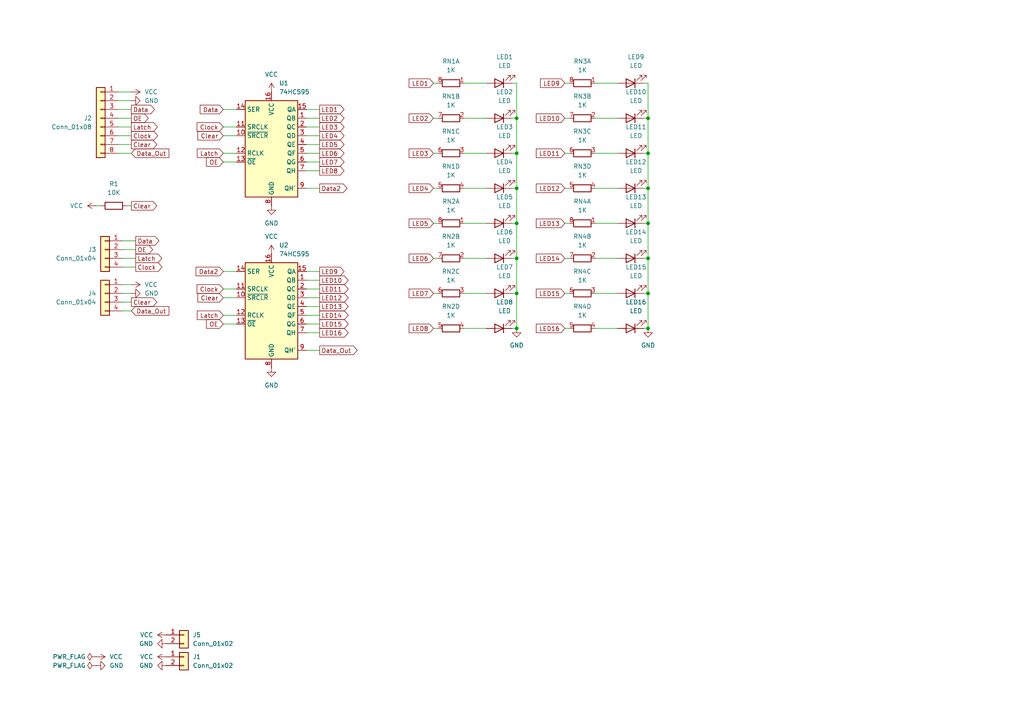
<source format=kicad_sch>
(kicad_sch (version 20231120) (generator "eeschema") (generator_version "8.0")
  (paper "A4")
  (lib_symbols
    (symbol "74xx:74HC595"
      (property "Reference" "U" (at -7.62 13.97 0))
      (property "Value" "74HC595" (at -7.62 -16.51 0))
      (symbol "74HC595_1_0"
        (pin tri_state line (at 10.16 7.62 180) (length 2.54) (name "QB") (number "1"))
        (pin input line (at -10.16 2.54 0) (length 2.54) (name "~{SRCLR}") (number "10"))
        (pin input line (at -10.16 5.08 0) (length 2.54) (name "SRCLK") (number "11"))
        (pin input line (at -10.16 -2.54 0) (length 2.54) (name "RCLK") (number "12"))
        (pin input line (at -10.16 -5.08 0) (length 2.54) (name "~{OE}") (number "13"))
        (pin input line (at -10.16 10.16 0) (length 2.54) (name "SER") (number "14"))
        (pin tri_state line (at 10.16 10.16 180) (length 2.54) (name "QA") (number "15"))
        (pin power_in line (at 0 15.24 270) (length 2.54) (name "VCC") (number "16"))
        (pin tri_state line (at 10.16 5.08 180) (length 2.54) (name "QC") (number "2"))
        (pin tri_state line (at 10.16 2.54 180) (length 2.54) (name "QD") (number "3"))
        (pin tri_state line (at 10.16 0 180) (length 2.54) (name "QE") (number "4"))
        (pin tri_state line (at 10.16 -2.54 180) (length 2.54) (name "QF") (number "5"))
        (pin tri_state line (at 10.16 -5.08 180) (length 2.54) (name "QG") (number "6"))
        (pin tri_state line (at 10.16 -7.62 180) (length 2.54) (name "QH") (number "7"))
        (pin power_in line (at 0 -17.78 90) (length 2.54) (name "GND") (number "8"))
        (pin output line (at 10.16 -12.7 180) (length 2.54) (name "QH'") (number "9"))
      )
      (symbol "74HC595_1_1"
        (rectangle (start -7.62 12.7) (end 7.62 -15.24) (stroke (width 0.254)) (fill (type background)))
      )
    )
    (symbol "Connector_Generic:Conn_01x02" (pin_names (offset 1.016) hide)
      (property "Reference" "J" (at 0 2.54 0))
      (property "Value" "Conn_01x02" (at 0 -5.08 0))
      (symbol "Conn_01x02_1_1"
        (rectangle (start -1.27 -2.413) (end 0 -2.667) (stroke (width 0.1524)))
        (rectangle (start -1.27 0.127) (end 0 -0.127) (stroke (width 0.1524)))
        (rectangle (start -1.27 1.27) (end 1.27 -3.81) (stroke (width 0.254)) (fill (type background)))
        (pin passive line (at -5.08 0 0) (length 3.81) (name "Pin_1") (number "1"))
        (pin passive line (at -5.08 -2.54 0) (length 3.81) (name "Pin_2") (number "2"))
      )
    )
    (symbol "Connector_Generic:Conn_01x04" (pin_names (offset 1.016) hide)
      (property "Reference" "J" (at 0 5.08 0))
      (property "Value" "Conn_01x04" (at 0 -7.62 0))
      (symbol "Conn_01x04_1_1"
        (rectangle (start -1.27 -4.953) (end 0 -5.207) (stroke (width 0.1524)))
        (rectangle (start -1.27 -2.413) (end 0 -2.667) (stroke (width 0.1524)))
        (rectangle (start -1.27 0.127) (end 0 -0.127) (stroke (width 0.1524)))
        (rectangle (start -1.27 2.667) (end 0 2.413) (stroke (width 0.1524)))
        (rectangle (start -1.27 3.81) (end 1.27 -6.35) (stroke (width 0.254)) (fill (type background)))
        (pin passive line (at -5.08 2.54 0) (length 3.81) (name "Pin_1") (number "1"))
        (pin passive line (at -5.08 0 0) (length 3.81) (name "Pin_2") (number "2"))
        (pin passive line (at -5.08 -2.54 0) (length 3.81) (name "Pin_3") (number "3"))
        (pin passive line (at -5.08 -5.08 0) (length 3.81) (name "Pin_4") (number "4"))
      )
    )
    (symbol "Connector_Generic:Conn_01x08" (pin_names (offset 1.016) hide)
      (property "Reference" "J" (at 0 10.16 0))
      (property "Value" "Conn_01x08" (at 0 -12.7 0))
      (symbol "Conn_01x08_1_1"
        (rectangle (start -1.27 -10.033) (end 0 -10.287) (stroke (width 0.1524)))
        (rectangle (start -1.27 -7.493) (end 0 -7.747) (stroke (width 0.1524)))
        (rectangle (start -1.27 -4.953) (end 0 -5.207) (stroke (width 0.1524)))
        (rectangle (start -1.27 -2.413) (end 0 -2.667) (stroke (width 0.1524)))
        (rectangle (start -1.27 0.127) (end 0 -0.127) (stroke (width 0.1524)))
        (rectangle (start -1.27 2.667) (end 0 2.413) (stroke (width 0.1524)))
        (rectangle (start -1.27 5.207) (end 0 4.953) (stroke (width 0.1524)))
        (rectangle (start -1.27 7.747) (end 0 7.493) (stroke (width 0.1524)))
        (rectangle (start -1.27 8.89) (end 1.27 -11.43) (stroke (width 0.254)) (fill (type background)))
        (pin passive line (at -5.08 7.62 0) (length 3.81) (name "Pin_1") (number "1"))
        (pin passive line (at -5.08 5.08 0) (length 3.81) (name "Pin_2") (number "2"))
        (pin passive line (at -5.08 2.54 0) (length 3.81) (name "Pin_3") (number "3"))
        (pin passive line (at -5.08 0 0) (length 3.81) (name "Pin_4") (number "4"))
        (pin passive line (at -5.08 -2.54 0) (length 3.81) (name "Pin_5") (number "5"))
        (pin passive line (at -5.08 -5.08 0) (length 3.81) (name "Pin_6") (number "6"))
        (pin passive line (at -5.08 -7.62 0) (length 3.81) (name "Pin_7") (number "7"))
        (pin passive line (at -5.08 -10.16 0) (length 3.81) (name "Pin_8") (number "8"))
      )
    )
    (symbol "Device:LED" (pin_numbers hide) (pin_names (offset 1.016) hide)
      (property "Reference" "D" (at 0 2.54 0))
      (property "Value" "LED" (at 0 -2.54 0))
      (symbol "LED_0_1"
        (polyline (pts (xy -1.27 -1.27) (xy -1.27 1.27)) (stroke (width 0.254)))
        (polyline (pts (xy -1.27 0) (xy 1.27 0)))
        (polyline (pts (xy 1.27 -1.27) (xy 1.27 1.27) (xy -1.27 0) (xy 1.27 -1.27)) (stroke (width 0.254)))
        (polyline (pts (xy -3.048 -0.762) (xy -4.572 -2.286) (xy -3.81 -2.286) (xy -4.572 -2.286) (xy -4.572 -1.524)))
        (polyline (pts (xy -1.778 -0.762) (xy -3.302 -2.286) (xy -2.54 -2.286) (xy -3.302 -2.286) (xy -3.302 -1.524)))
      )
      (symbol "LED_1_1"
        (pin passive line (at -3.81 0 0) (length 2.54) (name "K") (number "1"))
        (pin passive line (at 3.81 0 180) (length 2.54) (name "A") (number "2"))
      )
    )
    (symbol "Device:R" (pin_numbers hide) (pin_names (offset 0))
      (property "Reference" "R" (at 2.032 0 90))
      (property "Value" "R" (at 0 0 90))
      (symbol "R_0_1"
        (rectangle (start -1.016 -2.54) (end 1.016 2.54) (stroke (width 0.254)))
      )
      (symbol "R_1_1"
        (pin passive line (at 0 3.81 270) (length 1.27) (name "~") (number "1"))
        (pin passive line (at 0 -3.81 90) (length 1.27) (name "~") (number "2"))
      )
    )
    (symbol "Device:R_Pack04_Split" (pin_names (offset 0) hide)
      (property "Reference" "RN" (at 2.032 0 90))
      (property "Value" "R_Pack04_Split" (at 0 0 90))
      (symbol "R_Pack04_Split_0_1"
        (rectangle (start 1.016 2.54) (end -1.016 -2.54) (stroke (width 0.254)))
      )
      (symbol "R_Pack04_Split_1_1"
        (pin passive line (at 0 -3.81 90) (length 1.27) (name "R1.1") (number "1"))
        (pin passive line (at 0 3.81 270) (length 1.27) (name "R1.2") (number "8"))
      )
      (symbol "R_Pack04_Split_2_1"
        (pin passive line (at 0 -3.81 90) (length 1.27) (name "R2.1") (number "2"))
        (pin passive line (at 0 3.81 270) (length 1.27) (name "R2.2") (number "7"))
      )
      (symbol "R_Pack04_Split_3_1"
        (pin passive line (at 0 -3.81 90) (length 1.27) (name "R3.1") (number "3"))
        (pin passive line (at 0 3.81 270) (length 1.27) (name "R3.2") (number "6"))
      )
      (symbol "R_Pack04_Split_4_1"
        (pin passive line (at 0 -3.81 90) (length 1.27) (name "R4.1") (number "4"))
        (pin passive line (at 0 3.81 270) (length 1.27) (name "R4.2") (number "5"))
      )
    )
    (symbol "power:GND" (power) (pin_numbers hide) (pin_names (offset 0) hide)
      (property "Value" "GND" (at 0 -3.81 0))
      (symbol "GND_0_1"
        (polyline (pts (xy 0 0) (xy 0 -1.27) (xy 1.27 -1.27) (xy 0 -2.54) (xy -1.27 -1.27) (xy 0 -1.27)))
      )
      (symbol "GND_1_1"
        (pin power_in line (at 0 0 270) (length 0) (name "~") (number "1"))
      )
    )
    (symbol "power:PWR_FLAG" (power) (pin_numbers hide) (pin_names (offset 0) hide)
      (property "Value" "PWR_FLAG" (at 0 3.81 0))
      (symbol "PWR_FLAG_0_0"
        (pin power_out line (at 0 0 90) (length 0) (name "~") (number "1"))
      )
      (symbol "PWR_FLAG_0_1"
        (polyline (pts (xy 0 0) (xy 0 1.27) (xy -1.016 1.905) (xy 0 2.54) (xy 1.016 1.905) (xy 0 1.27)))
      )
    )
    (symbol "power:VCC" (power) (pin_numbers hide) (pin_names (offset 0) hide)
      (property "Value" "VCC" (at 0 3.556 0))
      (symbol "VCC_0_1"
        (polyline (pts (xy -0.762 1.27) (xy 0 2.54)))
        (polyline (pts (xy 0 0) (xy 0 2.54)))
        (polyline (pts (xy 0 2.54) (xy 0.762 1.27)))
      )
      (symbol "VCC_1_1"
        (pin power_in line (at 0 0 90) (length 0) (name "~") (number "1"))
      )
    )
  )
  (junction (at 187.96 64.77))
  (junction (at 149.86 44.45))
  (junction (at 149.86 34.29))
  (junction (at 187.96 85.09))
  (junction (at 187.96 54.61))
  (junction (at 187.96 95.25))
  (junction (at 187.96 44.45))
  (junction (at 187.96 74.93))
  (junction (at 149.86 54.61))
  (junction (at 187.96 34.29))
  (junction (at 149.86 64.77))
  (junction (at 149.86 85.09))
  (junction (at 149.86 95.25))
  (junction (at 149.86 74.93))
  (wire (pts (xy 186.69 95.25) (xy 187.96 95.25)))
  (wire (pts (xy 88.9 86.36) (xy 92.71 86.36)))
  (wire (pts (xy 36.83 59.69) (xy 38.1 59.69)))
  (wire (pts (xy 88.9 96.52) (xy 92.71 96.52)))
  (wire (pts (xy 149.86 64.77) (xy 148.59 64.77)))
  (wire (pts (xy 187.96 24.13) (xy 187.96 34.29)))
  (wire (pts (xy 125.73 95.25) (xy 127 95.25)))
  (wire (pts (xy 149.86 54.61) (xy 148.59 54.61)))
  (wire (pts (xy 148.59 24.13) (xy 149.86 24.13)))
  (wire (pts (xy 186.69 54.61) (xy 187.96 54.61)))
  (wire (pts (xy 38.1 29.21) (xy 34.29 29.21)))
  (wire (pts (xy 88.9 81.28) (xy 92.71 81.28)))
  (wire (pts (xy 186.69 34.29) (xy 187.96 34.29)))
  (wire (pts (xy 88.9 78.74) (xy 92.71 78.74)))
  (wire (pts (xy 149.86 44.45) (xy 148.59 44.45)))
  (wire (pts (xy 88.9 93.98) (xy 92.71 93.98)))
  (wire (pts (xy 134.62 34.29) (xy 140.97 34.29)))
  (wire (pts (xy 88.9 36.83) (xy 92.71 36.83)))
  (wire (pts (xy 38.1 36.83) (xy 34.29 36.83)))
  (wire (pts (xy 35.56 72.39) (xy 39.37 72.39)))
  (wire (pts (xy 35.56 85.09) (xy 38.1 85.09)))
  (wire (pts (xy 172.72 54.61) (xy 179.07 54.61)))
  (wire (pts (xy 88.9 49.53) (xy 92.71 49.53)))
  (wire (pts (xy 134.62 54.61) (xy 140.97 54.61)))
  (wire (pts (xy 125.73 24.13) (xy 127 24.13)))
  (wire (pts (xy 134.62 85.09) (xy 140.97 85.09)))
  (wire (pts (xy 88.9 44.45) (xy 92.71 44.45)))
  (wire (pts (xy 38.1 39.37) (xy 34.29 39.37)))
  (wire (pts (xy 64.77 83.82) (xy 68.58 83.82)))
  (wire (pts (xy 163.83 85.09) (xy 165.1 85.09)))
  (wire (pts (xy 163.83 44.45) (xy 165.1 44.45)))
  (wire (pts (xy 34.29 41.91) (xy 38.1 41.91)))
  (wire (pts (xy 163.83 34.29) (xy 165.1 34.29)))
  (wire (pts (xy 88.9 34.29) (xy 92.71 34.29)))
  (wire (pts (xy 125.73 85.09) (xy 127 85.09)))
  (wire (pts (xy 187.96 34.29) (xy 187.96 44.45)))
  (wire (pts (xy 186.69 85.09) (xy 187.96 85.09)))
  (wire (pts (xy 27.94 59.69) (xy 29.21 59.69)))
  (wire (pts (xy 187.96 74.93) (xy 187.96 85.09)))
  (wire (pts (xy 88.9 41.91) (xy 92.71 41.91)))
  (wire (pts (xy 88.9 39.37) (xy 92.71 39.37)))
  (wire (pts (xy 187.96 54.61) (xy 187.96 64.77)))
  (wire (pts (xy 187.96 44.45) (xy 187.96 54.61)))
  (wire (pts (xy 64.77 31.75) (xy 68.58 31.75)))
  (wire (pts (xy 149.86 64.77) (xy 149.86 74.93)))
  (wire (pts (xy 149.86 74.93) (xy 148.59 74.93)))
  (wire (pts (xy 186.69 64.77) (xy 187.96 64.77)))
  (wire (pts (xy 163.83 64.77) (xy 165.1 64.77)))
  (wire (pts (xy 187.96 64.77) (xy 187.96 74.93)))
  (wire (pts (xy 172.72 74.93) (xy 179.07 74.93)))
  (wire (pts (xy 172.72 64.77) (xy 179.07 64.77)))
  (wire (pts (xy 172.72 44.45) (xy 179.07 44.45)))
  (wire (pts (xy 163.83 24.13) (xy 165.1 24.13)))
  (wire (pts (xy 134.62 24.13) (xy 140.97 24.13)))
  (wire (pts (xy 64.77 93.98) (xy 68.58 93.98)))
  (wire (pts (xy 88.9 83.82) (xy 92.71 83.82)))
  (wire (pts (xy 134.62 44.45) (xy 140.97 44.45)))
  (wire (pts (xy 149.86 95.25) (xy 148.59 95.25)))
  (wire (pts (xy 88.9 54.61) (xy 92.71 54.61)))
  (wire (pts (xy 64.77 86.36) (xy 68.58 86.36)))
  (wire (pts (xy 88.9 46.99) (xy 92.71 46.99)))
  (wire (pts (xy 186.69 44.45) (xy 187.96 44.45)))
  (wire (pts (xy 64.77 44.45) (xy 68.58 44.45)))
  (wire (pts (xy 172.72 85.09) (xy 179.07 85.09)))
  (wire (pts (xy 163.83 54.61) (xy 165.1 54.61)))
  (wire (pts (xy 125.73 54.61) (xy 127 54.61)))
  (wire (pts (xy 35.56 90.17) (xy 38.1 90.17)))
  (wire (pts (xy 88.9 91.44) (xy 92.71 91.44)))
  (wire (pts (xy 186.69 74.93) (xy 187.96 74.93)))
  (wire (pts (xy 149.86 74.93) (xy 149.86 85.09)))
  (wire (pts (xy 163.83 74.93) (xy 165.1 74.93)))
  (wire (pts (xy 64.77 39.37) (xy 68.58 39.37)))
  (wire (pts (xy 38.1 31.75) (xy 34.29 31.75)))
  (wire (pts (xy 149.86 34.29) (xy 149.86 44.45)))
  (wire (pts (xy 35.56 69.85) (xy 39.37 69.85)))
  (wire (pts (xy 35.56 82.55) (xy 38.1 82.55)))
  (wire (pts (xy 88.9 88.9) (xy 92.71 88.9)))
  (wire (pts (xy 125.73 34.29) (xy 127 34.29)))
  (wire (pts (xy 149.86 54.61) (xy 149.86 64.77)))
  (wire (pts (xy 38.1 26.67) (xy 34.29 26.67)))
  (wire (pts (xy 35.56 87.63) (xy 38.1 87.63)))
  (wire (pts (xy 64.77 46.99) (xy 68.58 46.99)))
  (wire (pts (xy 134.62 95.25) (xy 140.97 95.25)))
  (wire (pts (xy 125.73 44.45) (xy 127 44.45)))
  (wire (pts (xy 149.86 85.09) (xy 149.86 95.25)))
  (wire (pts (xy 64.77 91.44) (xy 68.58 91.44)))
  (wire (pts (xy 64.77 78.74) (xy 68.58 78.74)))
  (wire (pts (xy 134.62 74.93) (xy 140.97 74.93)))
  (wire (pts (xy 88.9 31.75) (xy 92.71 31.75)))
  (wire (pts (xy 35.56 74.93) (xy 39.37 74.93)))
  (wire (pts (xy 38.1 34.29) (xy 34.29 34.29)))
  (wire (pts (xy 149.86 34.29) (xy 148.59 34.29)))
  (wire (pts (xy 134.62 64.77) (xy 140.97 64.77)))
  (wire (pts (xy 149.86 85.09) (xy 148.59 85.09)))
  (wire (pts (xy 172.72 95.25) (xy 179.07 95.25)))
  (wire (pts (xy 187.96 85.09) (xy 187.96 95.25)))
  (wire (pts (xy 172.72 24.13) (xy 179.07 24.13)))
  (wire (pts (xy 172.72 34.29) (xy 179.07 34.29)))
  (wire (pts (xy 34.29 44.45) (xy 38.1 44.45)))
  (wire (pts (xy 88.9 101.6) (xy 92.71 101.6)))
  (wire (pts (xy 125.73 74.93) (xy 127 74.93)))
  (wire (pts (xy 125.73 64.77) (xy 127 64.77)))
  (wire (pts (xy 149.86 24.13) (xy 149.86 34.29)))
  (wire (pts (xy 163.83 95.25) (xy 165.1 95.25)))
  (wire (pts (xy 64.77 36.83) (xy 68.58 36.83)))
  (wire (pts (xy 35.56 77.47) (xy 39.37 77.47)))
  (wire (pts (xy 186.69 24.13) (xy 187.96 24.13)))
  (wire (pts (xy 149.86 44.45) (xy 149.86 54.61)))
  (global_label "LED10" (shape input) (at 163.83 34.29 180) (property "Intersheetrefs" "${INTERSHEET_REFS}" (effects (hide yes))))
  (global_label "OE" (shape output) (at 39.37 72.39 0) (property "Intersheetrefs" "${INTERSHEET_REFS}" (effects (hide yes))))
  (global_label "LED15" (shape input) (at 163.83 85.09 180) (property "Intersheetrefs" "${INTERSHEET_REFS}" (effects (hide yes))))
  (global_label "LED9" (shape input) (at 163.83 24.13 180) (property "Intersheetrefs" "${INTERSHEET_REFS}" (effects (hide yes))))
  (global_label "Data2" (shape input) (at 64.77 78.74 180) (property "Intersheetrefs" "${INTERSHEET_REFS}" (effects (hide yes))))
  (global_label "Clear" (shape input) (at 64.77 86.36 180) (property "Intersheetrefs" "${INTERSHEET_REFS}" (effects (hide yes))))
  (global_label "LED13" (shape input) (at 163.83 64.77 180) (property "Intersheetrefs" "${INTERSHEET_REFS}" (effects (hide yes))))
  (global_label "LED8" (shape output) (at 92.71 49.53 0) (property "Intersheetrefs" "${INTERSHEET_REFS}" (effects (hide yes))))
  (global_label "LED15" (shape output) (at 92.71 93.98 0) (property "Intersheetrefs" "${INTERSHEET_REFS}" (effects (hide yes))))
  (global_label "LED2" (shape output) (at 92.71 34.29 0) (property "Intersheetrefs" "${INTERSHEET_REFS}" (effects (hide yes))))
  (global_label "Data2" (shape output) (at 92.71 54.61 0) (property "Intersheetrefs" "${INTERSHEET_REFS}" (effects (hide yes))))
  (global_label "Data_Out" (shape input) (at 38.1 44.45 0) (property "Intersheetrefs" "${INTERSHEET_REFS}" (effects (hide yes))))
  (global_label "LED7" (shape input) (at 125.73 85.09 180) (property "Intersheetrefs" "${INTERSHEET_REFS}" (effects (hide yes))))
  (global_label "LED7" (shape output) (at 92.71 46.99 0) (property "Intersheetrefs" "${INTERSHEET_REFS}" (effects (hide yes))))
  (global_label "Clear" (shape input) (at 64.77 39.37 180) (property "Intersheetrefs" "${INTERSHEET_REFS}" (effects (hide yes))))
  (global_label "LED13" (shape output) (at 92.71 88.9 0) (property "Intersheetrefs" "${INTERSHEET_REFS}" (effects (hide yes))))
  (global_label "LED6" (shape input) (at 125.73 74.93 180) (property "Intersheetrefs" "${INTERSHEET_REFS}" (effects (hide yes))))
  (global_label "LED4" (shape input) (at 125.73 54.61 180) (property "Intersheetrefs" "${INTERSHEET_REFS}" (effects (hide yes))))
  (global_label "LED9" (shape output) (at 92.71 78.74 0) (property "Intersheetrefs" "${INTERSHEET_REFS}" (effects (hide yes))))
  (global_label "LED5" (shape input) (at 125.73 64.77 180) (property "Intersheetrefs" "${INTERSHEET_REFS}" (effects (hide yes))))
  (global_label "LED10" (shape output) (at 92.71 81.28 0) (property "Intersheetrefs" "${INTERSHEET_REFS}" (effects (hide yes))))
  (global_label "LED16" (shape input) (at 163.83 95.25 180) (property "Intersheetrefs" "${INTERSHEET_REFS}" (effects (hide yes))))
  (global_label "LED12" (shape input) (at 163.83 54.61 180) (property "Intersheetrefs" "${INTERSHEET_REFS}" (effects (hide yes))))
  (global_label "Latch" (shape output) (at 39.37 74.93 0) (property "Intersheetrefs" "${INTERSHEET_REFS}" (effects (hide yes))))
  (global_label "Clock" (shape output) (at 39.37 77.47 0) (property "Intersheetrefs" "${INTERSHEET_REFS}" (effects (hide yes))))
  (global_label "Clock" (shape output) (at 38.1 39.37 0) (property "Intersheetrefs" "${INTERSHEET_REFS}" (effects (hide yes))))
  (global_label "Data_Out" (shape output) (at 92.71 101.6 0) (property "Intersheetrefs" "${INTERSHEET_REFS}" (effects (hide yes))))
  (global_label "Data_Out" (shape input) (at 38.1 90.17 0) (property "Intersheetrefs" "${INTERSHEET_REFS}" (effects (hide yes))))
  (global_label "LED5" (shape output) (at 92.71 41.91 0) (property "Intersheetrefs" "${INTERSHEET_REFS}" (effects (hide yes))))
  (global_label "Data" (shape output) (at 38.1 31.75 0) (property "Intersheetrefs" "${INTERSHEET_REFS}" (effects (hide yes))))
  (global_label "Clear" (shape output) (at 38.1 59.69 0) (property "Intersheetrefs" "${INTERSHEET_REFS}" (effects (hide yes))))
  (global_label "OE" (shape input) (at 64.77 93.98 180) (property "Intersheetrefs" "${INTERSHEET_REFS}" (effects (hide yes))))
  (global_label "LED8" (shape input) (at 125.73 95.25 180) (property "Intersheetrefs" "${INTERSHEET_REFS}" (effects (hide yes))))
  (global_label "Latch" (shape input) (at 64.77 91.44 180) (property "Intersheetrefs" "${INTERSHEET_REFS}" (effects (hide yes))))
  (global_label "LED2" (shape input) (at 125.73 34.29 180) (property "Intersheetrefs" "${INTERSHEET_REFS}" (effects (hide yes))))
  (global_label "Latch" (shape input) (at 64.77 44.45 180) (property "Intersheetrefs" "${INTERSHEET_REFS}" (effects (hide yes))))
  (global_label "OE" (shape input) (at 64.77 46.99 180) (property "Intersheetrefs" "${INTERSHEET_REFS}" (effects (hide yes))))
  (global_label "Clear" (shape output) (at 38.1 41.91 0) (property "Intersheetrefs" "${INTERSHEET_REFS}" (effects (hide yes))))
  (global_label "LED12" (shape output) (at 92.71 86.36 0) (property "Intersheetrefs" "${INTERSHEET_REFS}" (effects (hide yes))))
  (global_label "LED16" (shape output) (at 92.71 96.52 0) (property "Intersheetrefs" "${INTERSHEET_REFS}" (effects (hide yes))))
  (global_label "LED4" (shape output) (at 92.71 39.37 0) (property "Intersheetrefs" "${INTERSHEET_REFS}" (effects (hide yes))))
  (global_label "LED3" (shape output) (at 92.71 36.83 0) (property "Intersheetrefs" "${INTERSHEET_REFS}" (effects (hide yes))))
  (global_label "Data" (shape output) (at 39.37 69.85 0) (property "Intersheetrefs" "${INTERSHEET_REFS}" (effects (hide yes))))
  (global_label "Latch" (shape output) (at 38.1 36.83 0) (property "Intersheetrefs" "${INTERSHEET_REFS}" (effects (hide yes))))
  (global_label "LED1" (shape input) (at 125.73 24.13 180) (property "Intersheetrefs" "${INTERSHEET_REFS}" (effects (hide yes))))
  (global_label "Clock" (shape input) (at 64.77 83.82 180) (property "Intersheetrefs" "${INTERSHEET_REFS}" (effects (hide yes))))
  (global_label "OE" (shape output) (at 38.1 34.29 0) (property "Intersheetrefs" "${INTERSHEET_REFS}" (effects (hide yes))))
  (global_label "Clock" (shape input) (at 64.77 36.83 180) (property "Intersheetrefs" "${INTERSHEET_REFS}" (effects (hide yes))))
  (global_label "Clear" (shape output) (at 38.1 87.63 0) (property "Intersheetrefs" "${INTERSHEET_REFS}" (effects (hide yes))))
  (global_label "LED14" (shape output) (at 92.71 91.44 0) (property "Intersheetrefs" "${INTERSHEET_REFS}" (effects (hide yes))))
  (global_label "Data" (shape input) (at 64.77 31.75 180) (property "Intersheetrefs" "${INTERSHEET_REFS}" (effects (hide yes))))
  (global_label "LED11" (shape output) (at 92.71 83.82 0) (property "Intersheetrefs" "${INTERSHEET_REFS}" (effects (hide yes))))
  (global_label "LED1" (shape output) (at 92.71 31.75 0) (property "Intersheetrefs" "${INTERSHEET_REFS}" (effects (hide yes))))
  (global_label "LED3" (shape input) (at 125.73 44.45 180) (property "Intersheetrefs" "${INTERSHEET_REFS}" (effects (hide yes))))
  (global_label "LED6" (shape output) (at 92.71 44.45 0) (property "Intersheetrefs" "${INTERSHEET_REFS}" (effects (hide yes))))
  (global_label "LED14" (shape input) (at 163.83 74.93 180) (property "Intersheetrefs" "${INTERSHEET_REFS}" (effects (hide yes))))
  (global_label "LED11" (shape input) (at 163.83 44.45 180) (property "Intersheetrefs" "${INTERSHEET_REFS}" (effects (hide yes))))
  (symbol (lib_id "Device:LED") (at 144.78 24.13 180) (unit 1)
    (property "Reference" "LED1" (at 146.3675 16.51 0))
    (property "Value" "LED" (at 146.3675 19.05 0))
    (property "Footprint" "custom:LED_0805_2012Metric_Pad1.15x1.40mm_HandSolder_simple" (effects (hide yes)))
    (property "Description" "Light emitting diode" (effects (hide yes)))
  )
  (symbol (lib_id "Device:LED") (at 182.88 34.29 180) (unit 1)
    (property "Reference" "LED10" (at 184.4675 26.67 0))
    (property "Value" "LED" (at 184.4675 29.21 0))
    (property "Footprint" "custom:LED_0805_2012Metric_Pad1.15x1.40mm_HandSolder_simple" (effects (hide yes)))
    (property "Description" "Light emitting diode" (effects (hide yes)))
  )
  (symbol (lib_id "power:VCC") (at 38.1 26.67 270) (mirror x) (unit 1)
    (property "Reference" "#PWR09" (effects (hide yes)))
    (property "Value" "VCC" (at 41.91 26.6699 90) (effects (justify left)))
    (property "Description" "Power symbol creates a global label with name \"VCC\"" (effects (hide yes)))
  )
  (symbol (lib_id "Device:R_Pack04_Split") (at 168.91 74.93 90) (unit 2)
    (property "Reference" "RN4" (at 168.91 68.58 90))
    (property "Value" "1K" (at 168.91 71.12 90))
    (property "Footprint" "Resistor_SMD:R_Array_Convex_4x0603" (effects (hide yes)))
    (property "Description" "4 resistor network, parallel topology, split" (effects (hide yes)))
  )
  (symbol (lib_id "Device:LED") (at 144.78 85.09 180) (unit 1)
    (property "Reference" "LED7" (at 146.3675 77.47 0))
    (property "Value" "LED" (at 146.3675 80.01 0))
    (property "Footprint" "custom:LED_0805_2012Metric_Pad1.15x1.40mm_HandSolder_simple" (effects (hide yes)))
    (property "Description" "Light emitting diode" (effects (hide yes)))
  )
  (symbol (lib_id "power:VCC") (at 27.94 59.69 90) (unit 1)
    (property "Reference" "#PWR08" (effects (hide yes)))
    (property "Value" "VCC" (at 24.13 59.6899 90) (effects (justify left)))
    (property "Description" "Power symbol creates a global label with name \"VCC\"" (effects (hide yes)))
  )
  (symbol (lib_id "Device:LED") (at 144.78 74.93 180) (unit 1)
    (property "Reference" "LED6" (at 146.3675 67.31 0))
    (property "Value" "LED" (at 146.3675 69.85 0))
    (property "Footprint" "custom:LED_0805_2012Metric_Pad1.15x1.40mm_HandSolder_simple" (effects (hide yes)))
    (property "Description" "Light emitting diode" (effects (hide yes)))
  )
  (symbol (lib_id "Device:LED") (at 182.88 64.77 180) (unit 1)
    (property "Reference" "LED13" (at 184.4675 57.15 0))
    (property "Value" "LED" (at 184.4675 59.69 0))
    (property "Footprint" "custom:LED_0805_2012Metric_Pad1.15x1.40mm_HandSolder_simple" (effects (hide yes)))
    (property "Description" "Light emitting diode" (effects (hide yes)))
  )
  (symbol (lib_id "Device:LED") (at 144.78 44.45 180) (unit 1)
    (property "Reference" "LED3" (at 146.3675 36.83 0))
    (property "Value" "LED" (at 146.3675 39.37 0))
    (property "Footprint" "custom:LED_0805_2012Metric_Pad1.15x1.40mm_HandSolder_simple" (effects (hide yes)))
    (property "Description" "Light emitting diode" (effects (hide yes)))
  )
  (symbol (lib_id "Device:LED") (at 144.78 34.29 180) (unit 1)
    (property "Reference" "LED2" (at 146.3675 26.67 0))
    (property "Value" "LED" (at 146.3675 29.21 0))
    (property "Footprint" "custom:LED_0805_2012Metric_Pad1.15x1.40mm_HandSolder_simple" (effects (hide yes)))
    (property "Description" "Light emitting diode" (effects (hide yes)))
  )
  (symbol (lib_id "power:GND") (at 48.26 186.69 270) (unit 1)
    (property "Reference" "#PWR020" (effects (hide yes)))
    (property "Value" "GND" (at 44.45 186.6899 90) (effects (justify right)))
    (property "Description" "Power symbol creates a global label with name \"GND\" , ground" (effects (hide yes)))
  )
  (symbol (lib_id "Connector_Generic:Conn_01x04") (at 30.48 72.39 0) (mirror y) (unit 1) (in_bom no) (on_board no)
    (property "Reference" "J3" (at 27.94 72.3899 0) (effects (justify left)))
    (property "Value" "Conn_01x04" (at 27.94 74.9299 0) (effects (justify left)))
    (property "Footprint" "custom:PinHeader_1x04_P2.54mm_Vertical_simple" (effects (hide yes)))
    (property "Description" "Generic connector, single row, 01x04, script generated (kicad-library-utils/schlib/autogen/connector/)" (effects (hide yes)))
  )
  (symbol (lib_id "Device:R_Pack04_Split") (at 130.81 74.93 90) (unit 2)
    (property "Reference" "RN2" (at 130.81 68.58 90))
    (property "Value" "1K" (at 130.81 71.12 90))
    (property "Footprint" "Resistor_SMD:R_Array_Convex_4x0603" (effects (hide yes)))
    (property "Description" "4 resistor network, parallel topology, split" (effects (hide yes)))
  )
  (symbol (lib_id "power:PWR_FLAG") (at 27.94 190.5 90) (unit 1)
    (property "Reference" "#FLG02" (effects (hide yes)))
    (property "Value" "PWR_FLAG" (at 20.066 190.5 90))
    (property "Description" "Special symbol for telling ERC where power comes from" (effects (hide yes)))
  )
  (symbol (lib_id "Device:R_Pack04_Split") (at 168.91 95.25 90) (unit 4)
    (property "Reference" "RN4" (at 168.91 88.9 90))
    (property "Value" "1K" (at 168.91 91.44 90))
    (property "Footprint" "Resistor_SMD:R_Array_Convex_4x0603" (effects (hide yes)))
    (property "Description" "4 resistor network, parallel topology, split" (effects (hide yes)))
  )
  (symbol (lib_id "power:GND") (at 149.86 95.25 0) (unit 1)
    (property "Reference" "#PWR05" (effects (hide yes)))
    (property "Value" "GND" (at 149.86 100.1588 0))
    (property "Description" "Power symbol creates a global label with name \"GND\" , ground" (effects (hide yes)))
  )
  (symbol (lib_id "power:VCC") (at 78.74 26.67 0) (unit 1)
    (property "Reference" "#PWR06" (effects (hide yes)))
    (property "Value" "VCC" (at 78.74 21.59 0))
    (property "Description" "Power symbol creates a global label with name \"VCC\"" (effects (hide yes)))
  )
  (symbol (lib_id "Device:LED") (at 182.88 44.45 180) (unit 1)
    (property "Reference" "LED11" (at 184.4675 36.83 0))
    (property "Value" "LED" (at 184.4675 39.37 0))
    (property "Footprint" "custom:LED_0805_2012Metric_Pad1.15x1.40mm_HandSolder_simple" (effects (hide yes)))
    (property "Description" "Light emitting diode" (effects (hide yes)))
  )
  (symbol (lib_id "Device:LED") (at 182.88 95.25 180) (unit 1)
    (property "Reference" "LED16" (at 184.4675 87.63 0))
    (property "Value" "LED" (at 184.4675 90.17 0))
    (property "Footprint" "custom:LED_0805_2012Metric_Pad1.15x1.40mm_HandSolder_simple" (effects (hide yes)))
    (property "Description" "Light emitting diode" (effects (hide yes)))
  )
  (symbol (lib_id "Device:R_Pack04_Split") (at 168.91 54.61 90) (unit 4)
    (property "Reference" "RN3" (at 168.91 48.26 90))
    (property "Value" "1K" (at 168.91 50.8 90))
    (property "Footprint" "Resistor_SMD:R_Array_Convex_4x0603" (effects (hide yes)))
    (property "Description" "4 resistor network, parallel topology, split" (effects (hide yes)))
  )
  (symbol (lib_id "Connector_Generic:Conn_01x02") (at 53.34 190.5 0) (unit 1)
    (property "Reference" "J1" (at 55.88 190.4999 0) (effects (justify left)))
    (property "Value" "Conn_01x02" (at 55.88 193.0399 0) (effects (justify left)))
    (property "Footprint" "custom:PinHeader_1x02_P2.54mm_Vertical_simple_pad2gnd" (effects (hide yes)))
    (property "Description" "Generic connector, single row, 01x02, script generated (kicad-library-utils/schlib/autogen/connector/)" (effects (hide yes)))
  )
  (symbol (lib_id "Device:R_Pack04_Split") (at 130.81 95.25 90) (unit 4)
    (property "Reference" "RN2" (at 130.81 88.9 90))
    (property "Value" "1K" (at 130.81 91.44 90))
    (property "Footprint" "Resistor_SMD:R_Array_Convex_4x0603" (effects (hide yes)))
    (property "Description" "4 resistor network, parallel topology, split" (effects (hide yes)))
  )
  (symbol (lib_id "power:VCC") (at 48.26 184.15 90) (unit 1)
    (property "Reference" "#PWR019" (effects (hide yes)))
    (property "Value" "VCC" (at 44.45 184.1499 90) (effects (justify left)))
    (property "Description" "Power symbol creates a global label with name \"VCC\"" (effects (hide yes)))
  )
  (symbol (lib_id "power:VCC") (at 38.1 82.55 270) (mirror x) (unit 1)
    (property "Reference" "#PWR017" (effects (hide yes)))
    (property "Value" "VCC" (at 41.91 82.5499 90) (effects (justify left)))
    (property "Description" "Power symbol creates a global label with name \"VCC\"" (effects (hide yes)))
  )
  (symbol (lib_id "Device:R_Pack04_Split") (at 168.91 64.77 90) (unit 1)
    (property "Reference" "RN4" (at 168.91 58.42 90))
    (property "Value" "1K" (at 168.91 60.96 90))
    (property "Footprint" "Resistor_SMD:R_Array_Convex_4x0603" (effects (hide yes)))
    (property "Description" "4 resistor network, parallel topology, split" (effects (hide yes)))
  )
  (symbol (lib_id "Device:LED") (at 144.78 54.61 180) (unit 1)
    (property "Reference" "LED4" (at 146.3675 46.99 0))
    (property "Value" "LED" (at 146.3675 49.53 0))
    (property "Footprint" "custom:LED_0805_2012Metric_Pad1.15x1.40mm_HandSolder_simple" (effects (hide yes)))
    (property "Description" "Light emitting diode" (effects (hide yes)))
  )
  (symbol (lib_id "Device:R_Pack04_Split") (at 130.81 85.09 90) (unit 3)
    (property "Reference" "RN2" (at 130.81 78.74 90))
    (property "Value" "1K" (at 130.81 81.28 90))
    (property "Footprint" "Resistor_SMD:R_Array_Convex_4x0603" (effects (hide yes)))
    (property "Description" "4 resistor network, parallel topology, split" (effects (hide yes)))
  )
  (symbol (lib_id "power:VCC") (at 27.94 190.5 270) (unit 1)
    (property "Reference" "#PWR01" (effects (hide yes)))
    (property "Value" "VCC" (at 31.75 190.4999 90) (effects (justify left)))
    (property "Description" "Power symbol creates a global label with name \"VCC\"" (effects (hide yes)))
  )
  (symbol (lib_id "power:VCC") (at 48.26 190.5 90) (unit 1)
    (property "Reference" "#PWR03" (effects (hide yes)))
    (property "Value" "VCC" (at 44.45 190.4999 90) (effects (justify left)))
    (property "Description" "Power symbol creates a global label with name \"VCC\"" (effects (hide yes)))
  )
  (symbol (lib_id "power:GND") (at 78.74 106.68 0) (unit 1)
    (property "Reference" "#PWR012" (effects (hide yes)))
    (property "Value" "GND" (at 78.74 111.76 0))
    (property "Description" "Power symbol creates a global label with name \"GND\" , ground" (effects (hide yes)))
  )
  (symbol (lib_id "power:GND") (at 27.94 193.04 90) (unit 1)
    (property "Reference" "#PWR02" (effects (hide yes)))
    (property "Value" "GND" (at 31.75 193.04 90) (effects (justify right)))
    (property "Description" "Power symbol creates a global label with name \"GND\" , ground" (effects (hide yes)))
  )
  (symbol (lib_id "Device:R_Pack04_Split") (at 130.81 34.29 90) (unit 2)
    (property "Reference" "RN1" (at 130.81 27.94 90))
    (property "Value" "1K" (at 130.81 30.48 90))
    (property "Footprint" "Resistor_SMD:R_Array_Convex_4x0603" (effects (hide yes)))
    (property "Description" "4 resistor network, parallel topology, split" (effects (hide yes)))
  )
  (symbol (lib_id "Device:R_Pack04_Split") (at 130.81 44.45 90) (unit 3)
    (property "Reference" "RN1" (at 130.81 38.1 90))
    (property "Value" "1K" (at 130.81 40.64 90))
    (property "Footprint" "Resistor_SMD:R_Array_Convex_4x0603" (effects (hide yes)))
    (property "Description" "4 resistor network, parallel topology, split" (effects (hide yes)))
  )
  (symbol (lib_id "power:PWR_FLAG") (at 27.94 193.04 90) (unit 1)
    (property "Reference" "#FLG01" (effects (hide yes)))
    (property "Value" "PWR_FLAG" (at 20.066 193.04 90))
    (property "Description" "Special symbol for telling ERC where power comes from" (effects (hide yes)))
  )
  (symbol (lib_id "Device:LED") (at 182.88 74.93 180) (unit 1)
    (property "Reference" "LED14" (at 184.4675 67.31 0))
    (property "Value" "LED" (at 184.4675 69.85 0))
    (property "Footprint" "custom:LED_0805_2012Metric_Pad1.15x1.40mm_HandSolder_simple" (effects (hide yes)))
    (property "Description" "Light emitting diode" (effects (hide yes)))
  )
  (symbol (lib_id "power:GND") (at 187.96 95.25 0) (unit 1)
    (property "Reference" "#PWR013" (effects (hide yes)))
    (property "Value" "GND" (at 187.96 100.1588 0))
    (property "Description" "Power symbol creates a global label with name \"GND\" , ground" (effects (hide yes)))
  )
  (symbol (lib_id "74xx:74HC595") (at 78.74 88.9 0) (unit 1)
    (property "Reference" "U2" (at 80.9341 71.12 0) (effects (justify left)))
    (property "Value" "74HC595" (at 80.9341 73.66 0) (effects (justify left)))
    (property "Footprint" "Package_SO:SOIC-16_3.9x9.9mm_P1.27mm" (effects (hide yes)))
    (property "Datasheet" "http://www.ti.com/lit/ds/symlink/sn74hc595.pdf" (effects (hide yes)))
    (property "Description" "8-bit serial in/out Shift Register 3-State Outputs" (effects (hide yes)))
  )
  (symbol (lib_id "power:GND") (at 38.1 29.21 90) (mirror x) (unit 1)
    (property "Reference" "#PWR010" (effects (hide yes)))
    (property "Value" "GND" (at 41.91 29.2099 90) (effects (justify right)))
    (property "Description" "Power symbol creates a global label with name \"GND\" , ground" (effects (hide yes)))
  )
  (symbol (lib_id "Device:LED") (at 182.88 85.09 180) (unit 1)
    (property "Reference" "LED15" (at 184.4675 77.47 0))
    (property "Value" "LED" (at 184.4675 80.01 0))
    (property "Footprint" "custom:LED_0805_2012Metric_Pad1.15x1.40mm_HandSolder_simple" (effects (hide yes)))
    (property "Description" "Light emitting diode" (effects (hide yes)))
  )
  (symbol (lib_id "Device:LED") (at 182.88 24.13 180) (unit 1)
    (property "Reference" "LED9" (at 184.4675 16.51 0))
    (property "Value" "LED" (at 184.4675 19.05 0))
    (property "Footprint" "custom:LED_0805_2012Metric_Pad1.15x1.40mm_HandSolder_simple" (effects (hide yes)))
    (property "Description" "Light emitting diode" (effects (hide yes)))
  )
  (symbol (lib_id "Device:LED") (at 144.78 95.25 180) (unit 1)
    (property "Reference" "LED8" (at 146.3675 87.63 0))
    (property "Value" "LED" (at 146.3675 90.17 0))
    (property "Footprint" "custom:LED_0805_2012Metric_Pad1.15x1.40mm_HandSolder_simple" (effects (hide yes)))
    (property "Description" "Light emitting diode" (effects (hide yes)))
  )
  (symbol (lib_id "Device:R") (at 33.02 59.69 90) (unit 1)
    (property "Reference" "R1" (at 33.02 53.34 90))
    (property "Value" "10K" (at 33.02 55.88 90))
    (property "Footprint" "Resistor_SMD:R_0805_2012Metric_Pad1.20x1.40mm_HandSolder" (effects (hide yes)))
    (property "Description" "Resistor" (effects (hide yes)))
  )
  (symbol (lib_id "Device:R_Pack04_Split") (at 130.81 64.77 90) (unit 1)
    (property "Reference" "RN2" (at 130.81 58.42 90))
    (property "Value" "1K" (at 130.81 60.96 90))
    (property "Footprint" "Resistor_SMD:R_Array_Convex_4x0603" (effects (hide yes)))
    (property "Description" "4 resistor network, parallel topology, split" (effects (hide yes)))
  )
  (symbol (lib_id "Device:R_Pack04_Split") (at 168.91 44.45 90) (unit 3)
    (property "Reference" "RN3" (at 168.91 38.1 90))
    (property "Value" "1K" (at 168.91 40.64 90))
    (property "Footprint" "Resistor_SMD:R_Array_Convex_4x0603" (effects (hide yes)))
    (property "Description" "4 resistor network, parallel topology, split" (effects (hide yes)))
  )
  (symbol (lib_id "Device:LED") (at 182.88 54.61 180) (unit 1)
    (property "Reference" "LED12" (at 184.4675 46.99 0))
    (property "Value" "LED" (at 184.4675 49.53 0))
    (property "Footprint" "custom:LED_0805_2012Metric_Pad1.15x1.40mm_HandSolder_simple" (effects (hide yes)))
    (property "Description" "Light emitting diode" (effects (hide yes)))
  )
  (symbol (lib_id "Device:R_Pack04_Split") (at 168.91 24.13 90) (unit 1)
    (property "Reference" "RN3" (at 168.91 17.78 90))
    (property "Value" "1K" (at 168.91 20.32 90))
    (property "Footprint" "Resistor_SMD:R_Array_Convex_4x0603" (effects (hide yes)))
    (property "Description" "4 resistor network, parallel topology, split" (effects (hide yes)))
  )
  (symbol (lib_id "Device:R_Pack04_Split") (at 130.81 24.13 90) (unit 1)
    (property "Reference" "RN1" (at 130.81 17.78 90))
    (property "Value" "1K" (at 130.81 20.32 90))
    (property "Footprint" "Resistor_SMD:R_Array_Convex_4x0603" (effects (hide yes)))
    (property "Description" "4 resistor network, parallel topology, split" (effects (hide yes)))
  )
  (symbol (lib_id "power:GND") (at 38.1 85.09 90) (mirror x) (unit 1)
    (property "Reference" "#PWR018" (effects (hide yes)))
    (property "Value" "GND" (at 41.91 85.0899 90) (effects (justify right)))
    (property "Description" "Power symbol creates a global label with name \"GND\" , ground" (effects (hide yes)))
  )
  (symbol (lib_id "Device:R_Pack04_Split") (at 130.81 54.61 90) (unit 4)
    (property "Reference" "RN1" (at 130.81 48.26 90))
    (property "Value" "1K" (at 130.81 50.8 90))
    (property "Footprint" "Resistor_SMD:R_Array_Convex_4x0603" (effects (hide yes)))
    (property "Description" "4 resistor network, parallel topology, split" (effects (hide yes)))
  )
  (symbol (lib_id "Device:R_Pack04_Split") (at 168.91 34.29 90) (unit 2)
    (property "Reference" "RN3" (at 168.91 27.94 90))
    (property "Value" "1K" (at 168.91 30.48 90))
    (property "Footprint" "Resistor_SMD:R_Array_Convex_4x0603" (effects (hide yes)))
    (property "Description" "4 resistor network, parallel topology, split" (effects (hide yes)))
  )
  (symbol (lib_id "Connector_Generic:Conn_01x02") (at 53.34 184.15 0) (unit 1)
    (property "Reference" "J5" (at 55.88 184.1499 0) (effects (justify left)))
    (property "Value" "Conn_01x02" (at 55.88 186.6899 0) (effects (justify left)))
    (property "Footprint" "custom:PinHeader_1x02_P2.54mm_Vertical_simple_pad2gnd" (effects (hide yes)))
    (property "Description" "Generic connector, single row, 01x02, script generated (kicad-library-utils/schlib/autogen/connector/)" (effects (hide yes)))
  )
  (symbol (lib_id "Connector_Generic:Conn_01x04") (at 30.48 85.09 0) (mirror y) (unit 1) (in_bom no) (on_board no)
    (property "Reference" "J4" (at 27.94 85.0899 0) (effects (justify left)))
    (property "Value" "Conn_01x04" (at 27.94 87.6299 0) (effects (justify left)))
    (property "Footprint" "custom:PinHeader_1x04_P2.54mm_Vertical_simple_pad2gnd" (effects (hide yes)))
    (property "Description" "Generic connector, single row, 01x04, script generated (kicad-library-utils/schlib/autogen/connector/)" (effects (hide yes)))
  )
  (symbol (lib_id "power:GND") (at 48.26 193.04 270) (unit 1)
    (property "Reference" "#PWR04" (effects (hide yes)))
    (property "Value" "GND" (at 44.45 193.0399 90) (effects (justify right)))
    (property "Description" "Power symbol creates a global label with name \"GND\" , ground" (effects (hide yes)))
  )
  (symbol (lib_id "Device:LED") (at 144.78 64.77 180) (unit 1)
    (property "Reference" "LED5" (at 146.3675 57.15 0))
    (property "Value" "LED" (at 146.3675 59.69 0))
    (property "Footprint" "custom:LED_0805_2012Metric_Pad1.15x1.40mm_HandSolder_simple" (effects (hide yes)))
    (property "Description" "Light emitting diode" (effects (hide yes)))
  )
  (symbol (lib_id "Connector_Generic:Conn_01x08") (at 29.21 34.29 0) (mirror y) (unit 1)
    (property "Reference" "J2" (at 26.67 34.2899 0) (effects (justify left)))
    (property "Value" "Conn_01x08" (at 26.67 36.8299 0) (effects (justify left)))
    (property "Footprint" "custom:PinHeader_1x08_P2.54mm_Vertical_simple_pad2gnd" (effects (hide yes)))
    (property "Description" "Generic connector, single row, 01x08, script generated (kicad-library-utils/schlib/autogen/connector/)" (effects (hide yes)))
  )
  (symbol (lib_id "power:GND") (at 78.74 59.69 0) (unit 1)
    (property "Reference" "#PWR07" (effects (hide yes)))
    (property "Value" "GND" (at 78.74 64.77 0))
    (property "Description" "Power symbol creates a global label with name \"GND\" , ground" (effects (hide yes)))
  )
  (symbol (lib_id "power:VCC") (at 78.74 73.66 0) (unit 1)
    (property "Reference" "#PWR011" (effects (hide yes)))
    (property "Value" "VCC" (at 78.74 68.58 0))
    (property "Description" "Power symbol creates a global label with name \"VCC\"" (effects (hide yes)))
  )
  (symbol (lib_id "74xx:74HC595") (at 78.74 41.91 0) (unit 1)
    (property "Reference" "U1" (at 80.9341 24.13 0) (effects (justify left)))
    (property "Value" "74HC595" (at 80.9341 26.67 0) (effects (justify left)))
    (property "Footprint" "Package_SO:SOIC-16_3.9x9.9mm_P1.27mm" (effects (hide yes)))
    (property "Datasheet" "http://www.ti.com/lit/ds/symlink/sn74hc595.pdf" (effects (hide yes)))
    (property "Description" "8-bit serial in/out Shift Register 3-State Outputs" (effects (hide yes)))
  )
  (symbol (lib_id "Device:R_Pack04_Split") (at 168.91 85.09 90) (unit 3)
    (property "Reference" "RN4" (at 168.91 78.74 90))
    (property "Value" "1K" (at 168.91 81.28 90))
    (property "Footprint" "Resistor_SMD:R_Array_Convex_4x0603" (effects (hide yes)))
    (property "Description" "4 resistor network, parallel topology, split" (effects (hide yes)))
  )
)
</source>
